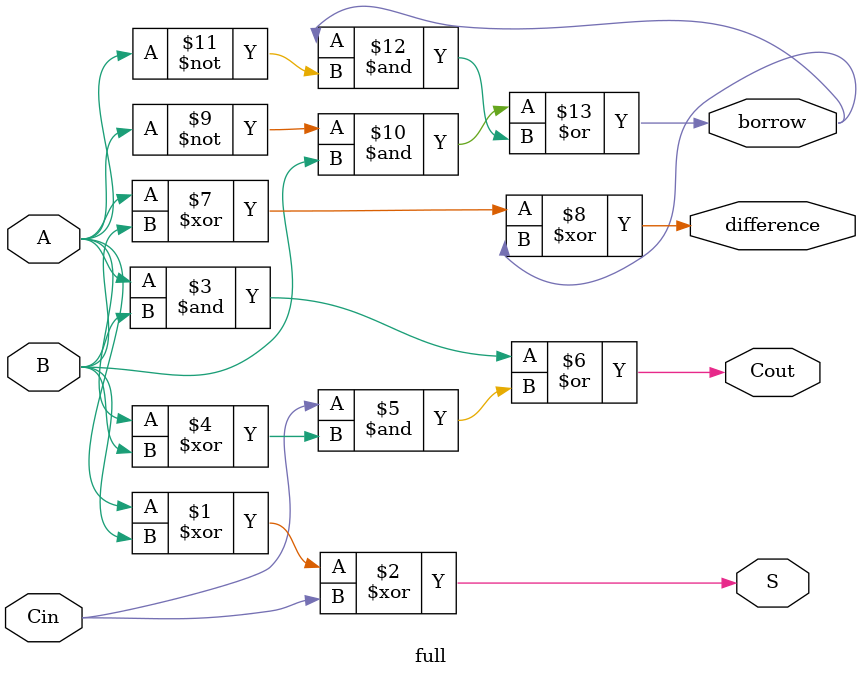
<source format=v>
module full(A, B, Cin, S, Cout, difference, borrow);
    input A, B, Cin; // Inputs for Full Adder
    output S, Cout;   // Outputs for Full Adder
    output difference, borrow; // Outputs for Full Subtractor
    
    // Full Adder Logic
    assign S = A ^ B ^ Cin;        // Sum
    assign Cout = (A & B) | (Cin & (A ^ B)); // Carry out
    
    // Full Subtractor Logic
    assign difference = A ^ B ^ borrow; // Difference
    assign borrow = (~A & B) | (borrow & ~A); // Borrow
endmodule

</source>
